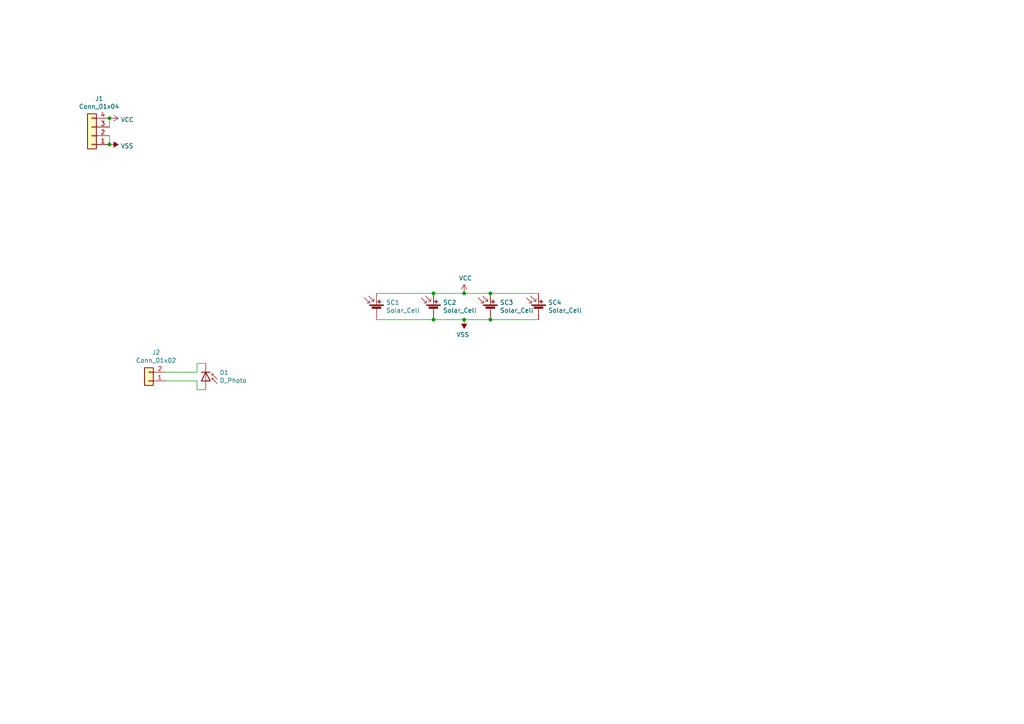
<source format=kicad_sch>
(kicad_sch (version 20211123) (generator eeschema)
  (paper "A4")
  (title_block (title "Cysat Solar Panel Board Y+") (date "2020-07-21") (rev "3") (company "Iowa State University") (comment 1 "Matthew E Nelson"))
  (lib_symbols
    (symbol "Connector_Generic:Conn_01x02" (pin_names (offset 1.016) hide)
      (property "Reference" "J" (at 0 2.54 0))
      (property "Value" "Conn_01x02" (at 0 -5.08 0))
      (symbol "Conn_01x02_1_1"
        (rectangle (start -1.27 -2.413) (end 0 -2.667) (stroke (width 0.1524)))
        (rectangle (start -1.27 0.127) (end 0 -0.127) (stroke (width 0.1524)))
        (rectangle (start -1.27 1.27) (end 1.27 -3.81) (stroke (width 0.254)) (fill (type background)))
        (pin passive line (at -5.08 0 0) (length 3.81) (name "Pin_1") (number "1"))
        (pin passive line (at -5.08 -2.54 0) (length 3.81) (name "Pin_2") (number "2"))
      )
    )
    (symbol "Connector_Generic:Conn_01x04" (pin_names (offset 1.016) hide)
      (property "Reference" "J" (at 0 5.08 0))
      (property "Value" "Conn_01x04" (at 0 -7.62 0))
      (symbol "Conn_01x04_1_1"
        (rectangle (start -1.27 -4.953) (end 0 -5.207) (stroke (width 0.1524)))
        (rectangle (start -1.27 -2.413) (end 0 -2.667) (stroke (width 0.1524)))
        (rectangle (start -1.27 0.127) (end 0 -0.127) (stroke (width 0.1524)))
        (rectangle (start -1.27 2.667) (end 0 2.413) (stroke (width 0.1524)))
        (rectangle (start -1.27 3.81) (end 1.27 -6.35) (stroke (width 0.254)) (fill (type background)))
        (pin passive line (at -5.08 2.54 0) (length 3.81) (name "Pin_1") (number "1"))
        (pin passive line (at -5.08 0 0) (length 3.81) (name "Pin_2") (number "2"))
        (pin passive line (at -5.08 -2.54 0) (length 3.81) (name "Pin_3") (number "3"))
        (pin passive line (at -5.08 -5.08 0) (length 3.81) (name "Pin_4") (number "4"))
      )
    )
    (symbol "Device:D_Photo" (pin_numbers hide) (pin_names hide)
      (property "Reference" "D" (at 0.508 1.778 0))
      (property "Value" "D_Photo" (at -1.016 -2.794 0))
      (symbol "D_Photo_0_1"
        (polyline (pts (xy -2.54 1.27) (xy -2.54 -1.27)) (stroke (width 0.254)))
        (polyline (pts (xy -2.032 1.778) (xy -1.524 1.778)))
        (polyline (pts (xy 0 0) (xy -2.54 0)))
        (polyline (pts (xy -0.508 3.302) (xy -2.032 1.778) (xy -2.032 2.286)))
        (polyline (pts (xy 0 -1.27) (xy 0 1.27) (xy -2.54 0) (xy 0 -1.27)) (stroke (width 0.254)))
        (polyline (pts (xy 0.762 3.302) (xy -0.762 1.778) (xy -0.762 2.286) (xy -0.762 1.778) (xy -0.254 1.778)))
      )
      (symbol "D_Photo_1_1"
        (pin passive line (at -5.08 0 0) (length 2.54) (name "K") (number "1"))
        (pin passive line (at 2.54 0 180) (length 2.54) (name "A") (number "2"))
      )
    )
    (symbol "Device:Solar_Cell" (pin_numbers hide) (pin_names (offset 0) hide)
      (property "Reference" "SC" (at 2.54 2.54 0))
      (property "Value" "Solar_Cell" (at 2.54 0 0))
      (symbol "Solar_Cell_0_1"
        (rectangle (start -2.032 1.778) (end 2.032 1.524) (fill (type outline)))
        (rectangle (start -1.3208 1.1938) (end 1.27 0.6858) (fill (type outline)))
        (polyline (pts (xy -2.032 2.286) (xy -3.556 3.81)))
        (polyline (pts (xy -0.762 2.794) (xy -2.286 4.318)))
        (polyline (pts (xy 0 0.762) (xy 0 0)))
        (polyline (pts (xy 0 1.778) (xy 0 2.54)))
        (polyline (pts (xy 0.254 2.667) (xy 1.27 2.667)) (stroke (width 0.254)))
        (polyline (pts (xy 0.762 3.175) (xy 0.762 2.159)) (stroke (width 0.254)))
        (polyline (pts (xy -2.032 3.048) (xy -2.032 2.286) (xy -2.794 2.286)))
        (polyline (pts (xy -0.762 3.556) (xy -0.762 2.794) (xy -1.524 2.794)))
      )
      (symbol "Solar_Cell_1_1"
        (pin passive line (at 0 5.08 270) (length 2.54) (name "+") (number "1"))
        (pin passive line (at 0 -2.54 90) (length 2.54) (name "-") (number "2"))
      )
    )
    (symbol "power:VCC" (power) (pin_names (offset 0))
      (property "Value" "VCC" (at 0 3.81 0))
      (symbol "VCC_0_1"
        (polyline (pts (xy -0.762 1.27) (xy 0 2.54)))
        (polyline (pts (xy 0 0) (xy 0 2.54)))
        (polyline (pts (xy 0 2.54) (xy 0.762 1.27)))
      )
      (symbol "VCC_1_1"
        (pin power_in line (at 0 0 90) (length 0) hide (name "VCC") (number "1"))
      )
    )
    (symbol "power:VSS" (power) (pin_names (offset 0))
      (property "Value" "VSS" (at 0 3.81 0))
      (symbol "VSS_0_1"
        (polyline (pts (xy 0 0) (xy 0 2.54)))
        (polyline (pts (xy 0.762 1.27) (xy -0.762 1.27) (xy 0 2.54) (xy 0.762 1.27)) (fill (type outline)))
      )
      (symbol "VSS_1_1"
        (pin power_in line (at 0 0 90) (length 0) hide (name "VSS") (number "1"))
      )
    )
  )
  (junction (at 142.24 92.71))
  (junction (at 125.73 92.71))
  (junction (at 125.73 85.09))
  (junction (at 142.24 85.09))
  (junction (at 31.75 41.91))
  (junction (at 134.62 92.71))
  (junction (at 134.62 85.09))
  (junction (at 31.75 34.29))
  (wire (pts (xy 57.15 107.95) (xy 57.15 105.41)))
  (wire (pts (xy 59.69 113.03) (xy 57.15 113.03)))
  (wire (pts (xy 109.22 85.09) (xy 125.73 85.09)))
  (wire (pts (xy 57.15 113.03) (xy 57.15 110.49)))
  (wire (pts (xy 134.62 85.09) (xy 142.24 85.09)))
  (wire (pts (xy 134.62 92.71) (xy 142.24 92.71)))
  (wire (pts (xy 125.73 85.09) (xy 134.62 85.09)))
  (wire (pts (xy 48.26 107.95) (xy 57.15 107.95)))
  (wire (pts (xy 57.15 110.49) (xy 48.26 110.49)))
  (wire (pts (xy 109.22 92.71) (xy 125.73 92.71)))
  (wire (pts (xy 31.75 36.83) (xy 31.75 34.29)))
  (wire (pts (xy 142.24 92.71) (xy 156.21 92.71)))
  (wire (pts (xy 142.24 85.09) (xy 156.21 85.09)))
  (wire (pts (xy 31.75 39.37) (xy 31.75 41.91)))
  (wire (pts (xy 125.73 92.71) (xy 134.62 92.71)))
  (wire (pts (xy 57.15 105.41) (xy 59.69 105.41)))
  (symbol (lib_id "Connector_Generic:Conn_01x04") (at 26.67 39.37 180) (unit 1)
    (property "Reference" "J1" (at 28.7528 28.575 0))
    (property "Value" "Conn_01x04" (at 28.7528 30.8864 0))
    (property "Footprint" "Connector_Molex:Molex_PicoBlade_53398-0471_1x04-1MP_P1.25mm_Vertical" (effects hide))
  )
  (symbol (lib_id "power:VSS") (at 31.75 41.91 270) (unit 1)
    (property "Reference" "#PWR02" (effects hide))
    (property "Value" "VSS" (at 35.0012 42.3418 90) (effects (justify left)))
  )
  (symbol (lib_id "power:VCC") (at 31.75 34.29 270) (unit 1)
    (property "Reference" "#PWR01" (effects hide))
    (property "Value" "VCC" (at 35.0012 34.7218 90) (effects (justify left)))
  )
  (symbol (lib_id "Connector_Generic:Conn_01x02") (at 43.18 110.49 180) (unit 1)
    (property "Reference" "J2" (at 45.2628 102.235 0))
    (property "Value" "Conn_01x02" (at 45.2628 104.5464 0))
    (property "Footprint" "Connector_Molex:Molex_PicoBlade_53398-0271_1x02-1MP_P1.25mm_Vertical" (effects hide))
  )
  (symbol (lib_id "Device:Solar_Cell") (at 109.22 90.17 0) (unit 1)
    (property "Reference" "SC1" (at 111.9632 87.7316 0) (effects (justify left)))
    (property "Value" "Solar_Cell" (at 111.9632 90.043 0) (effects (justify left)))
    (property "Footprint" "CySat:Spectrolabs_UTJ" (effects hide))
  )
  (symbol (lib_id "Device:Solar_Cell") (at 125.73 90.17 0) (unit 1)
    (property "Reference" "SC2" (at 128.4732 87.7316 0) (effects (justify left)))
    (property "Value" "Solar_Cell" (at 128.4732 90.043 0) (effects (justify left)))
    (property "Footprint" "CySat:Spectrolabs_UTJ" (effects hide))
  )
  (symbol (lib_id "Device:Solar_Cell") (at 142.24 90.17 0) (unit 1)
    (property "Reference" "SC3" (at 144.9832 87.7316 0) (effects (justify left)))
    (property "Value" "Solar_Cell" (at 144.9832 90.043 0) (effects (justify left)))
    (property "Footprint" "CySat:Spectrolabs_UTJ" (effects hide))
  )
  (symbol (lib_id "Device:D_Photo") (at 59.69 110.49 270) (unit 1)
    (property "Reference" "D1" (at 63.6778 108.0516 90) (effects (justify left)))
    (property "Value" "D_Photo" (at 63.6778 110.363 90) (effects (justify left)))
    (property "Footprint" "Diode_SMD:D_0805_2012Metric" (effects hide))
  )
  (symbol (lib_id "Device:Solar_Cell") (at 156.21 90.17 0) (unit 1)
    (property "Reference" "SC4" (at 158.9532 87.7316 0) (effects (justify left)))
    (property "Value" "Solar_Cell" (at 158.9532 90.043 0) (effects (justify left)))
    (property "Footprint" "CySat:Spectrolabs_UTJ" (effects hide))
  )
  (symbol (lib_id "power:VSS") (at 134.62 92.71 180) (unit 1)
    (property "Reference" "#PWR04" (effects hide))
    (property "Value" "VSS" (at 134.239 97.1042 0))
  )
  (symbol (lib_id "power:VCC") (at 134.62 85.09 0) (unit 1)
    (property "Reference" "#PWR03" (effects hide))
    (property "Value" "VCC" (at 135.001 80.6958 0))
  )
)
</source>
